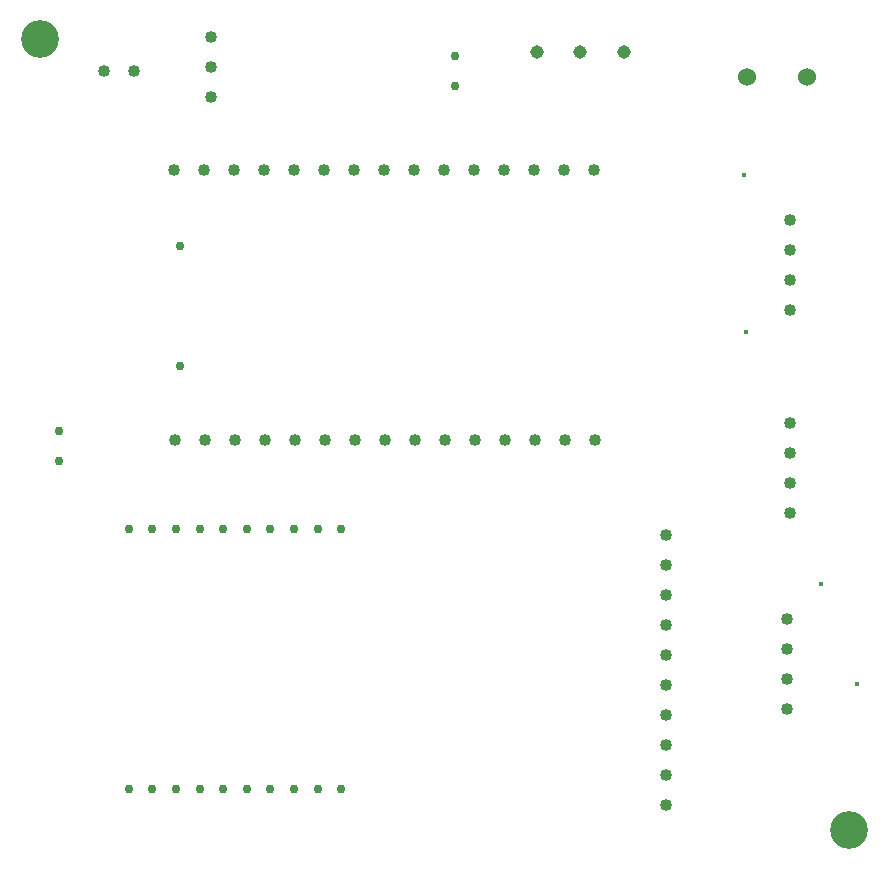
<source format=gbr>
G04 PROTEUS GERBER X2 FILE*
%TF.GenerationSoftware,Labcenter,Proteus,8.6-SP2-Build23525*%
%TF.CreationDate,2021-03-06T05:49:37+00:00*%
%TF.FileFunction,Plated,1,2,PTH*%
%TF.FilePolarity,Positive*%
%TF.Part,Single*%
%FSLAX45Y45*%
%MOMM*%
G01*
%TA.AperFunction,ViaDrill*%
%ADD36C,0.381000*%
%TA.AperFunction,ComponentDrill*%
%ADD37C,1.016000*%
%TA.AperFunction,ComponentDrill*%
%ADD38C,1.143000*%
%TA.AperFunction,ComponentDrill*%
%ADD39C,0.762000*%
%TA.AperFunction,OtherDrill,Unknown*%
%ADD40C,3.200000*%
%TA.AperFunction,ComponentDrill*%
%ADD41C,1.524000*%
%TD.AperFunction*%
D36*
X+2312500Y-549113D03*
X+2323084Y-1882612D03*
X+2963744Y-4015076D03*
X+3269212Y-4864531D03*
D37*
X-2511441Y-2793380D03*
X-2257441Y-2793380D03*
X-2003441Y-2793380D03*
X-1749441Y-2793380D03*
X-1495441Y-2795920D03*
X-1241441Y-2795920D03*
X-987441Y-2795920D03*
X-733441Y-2795920D03*
X-479441Y-2795920D03*
X-225441Y-2795920D03*
X+28559Y-2798460D03*
X+282559Y-2798460D03*
X+536559Y-2798460D03*
X+790559Y-2798460D03*
X+1044559Y-2798460D03*
X-2513441Y-504920D03*
X-2259441Y-504920D03*
X-2005441Y-504920D03*
X-1751441Y-504920D03*
X-1497441Y-507460D03*
X-1243441Y-507460D03*
X-989441Y-507460D03*
X-735441Y-507460D03*
X-481441Y-507460D03*
X-227441Y-507460D03*
X+26559Y-510000D03*
X+280559Y-510000D03*
X+534559Y-510000D03*
X+788559Y-510000D03*
X+1042559Y-510000D03*
D38*
X+555201Y+490000D03*
X+925201Y+490000D03*
X+1295201Y+490000D03*
D39*
X-2469530Y-1153185D03*
X-2469530Y-2169185D03*
D37*
X-2856000Y+330000D03*
X-3110000Y+330000D03*
X+2674853Y-4307706D03*
X+2674853Y-4561706D03*
X+2674853Y-4815706D03*
X+2674853Y-5069706D03*
X+2702559Y-2650000D03*
X+2702559Y-2904000D03*
X+2702559Y-3158000D03*
X+2702559Y-3412000D03*
X+2697441Y-932000D03*
X+2697441Y-1186000D03*
X+2697441Y-1440000D03*
X+2697441Y-1694000D03*
D40*
X+3200000Y-6100000D03*
X-3650000Y+600000D03*
D37*
X-2203999Y+616000D03*
X-2203999Y+362000D03*
X-2203999Y+108000D03*
D39*
X-3488553Y-2716000D03*
X-3488553Y-2970000D03*
X-140000Y+200000D03*
X-140000Y+454000D03*
D41*
X+2840000Y+280000D03*
X+2332000Y+280000D03*
D39*
X-1100000Y-3550000D03*
X-1300000Y-3550000D03*
X-1500000Y-3550000D03*
X-1700000Y-3550000D03*
X-1900000Y-3550000D03*
X-2100000Y-3550000D03*
X-2300000Y-3550000D03*
X-2500000Y-3550000D03*
X-2700000Y-3550000D03*
X-2900000Y-3550000D03*
X-2900000Y-5750000D03*
X-2700000Y-5750000D03*
X-2500000Y-5750000D03*
X-2300000Y-5750000D03*
X-2100000Y-5750000D03*
X-1900000Y-5750000D03*
X-1700000Y-5750000D03*
X-1500000Y-5750000D03*
X-1300000Y-5750000D03*
X-1100000Y-5750000D03*
D37*
X+1647460Y-5886000D03*
X+1647460Y-5632000D03*
X+1647460Y-5378000D03*
X+1647460Y-5124000D03*
X+1647460Y-4870000D03*
X+1650000Y-4616000D03*
X+1650000Y-4362000D03*
X+1650000Y-4108000D03*
X+1650000Y-3854000D03*
X+1650000Y-3600000D03*
M02*

</source>
